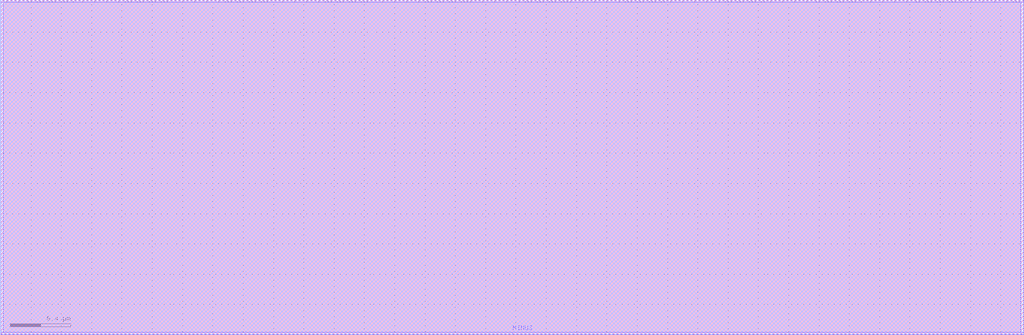
<source format=lef>
VERSION 5.7 ;
BUSBITCHARS "[]" ;
DIVIDERCHAR "/" ;

MACRO Cap_30f_1x3
  ORIGIN 0 0 ;
  FOREIGN Cap_30f_1x3 0 0 ;
  SIZE 6.75 BY 2.214 ;
  PIN PLUS
    DIRECTION INOUT ;
    USE SIGNAL ;
    PORT
      LAYER M2 ;
        RECT 0 2.196 6.75 2.214 ;
    END
  END PLUS
  PIN MINUS
    DIRECTION INOUT ;
    USE SIGNAL ;
    PORT
      LAYER M2 ;
        RECT 0 0 6.75 0.018 ;
    END
  END MINUS
  OBS
      LAYER M1 ;
        RECT 0 0 6.75 2.214 ;
      LAYER M2 ;
        RECT 0.018 0.018 6.732 2.196 ;
      LAYER M3 ;
        RECT 0 0 6.75 2.214 ;
      END
END Cap_30f_1x3

MACRO Cap_30f_3x1
  ORIGIN 0 0 ;
  FOREIGN Cap_30f_3x1 0 0 ;
  SIZE 2.214 BY 6.75 ;
  PIN PLUS
    DIRECTION INOUT ;
    USE SIGNAL ;
    PORT
      LAYER M2 ;
        RECT 0 0 0.018 6.75 ;
    END
  END PLUS
  PIN MINUS
    DIRECTION INOUT ;
    USE SIGNAL ;
    PORT
      LAYER M2 ;
        RECT 2.196 0 2.214 6.75 ;
    END
  END MINUS
  OBS
      LAYER M1 ;
        RECT 0 0 2.214 6.75 ;
      LAYER M2 ;
        RECT 0.018 0.018 2.196 6.732 ;
      LAYER M3 ;
        RECT 0 0 2.214 6.75 ;
      END
END Cap_30f_3x1

MACRO Switch_NMOS_16x8
  ORIGIN 0 0 ;
  FOREIGN Switch_NMOS_16x8 0 0 ;
  SIZE 0.864 BY 1.296 ;
  PIN S
    DIRECTION INOUT ;
    USE SIGNAL ;
    PORT
      LAYER M2 ;
        RECT 0 0.064 0.864 0.082 ;
    END
  END S
  PIN D
    DIRECTION INOUT ;
    USE SIGNAL ;
    PORT
      LAYER M2 ;
        RECT 0 0.128 0.864 0.146 ;
    END
  END D
  PIN G
    DIRECTION INOUT ;
    USE SIGNAL ;
    PORT
      LAYER M2 ;
        RECT 0 0 0.864 0.018 ;
    END
  END G
  
END Switch_NMOS_16x8

MACRO Switch_PMOS_16x8
  ORIGIN 0 0 ;
  FOREIGN Switch_PMOS_16x8 0 0 ;
  SIZE 0.864 BY 1.296 ;
  PIN S
    DIRECTION INOUT ;
    USE SIGNAL ;
    PORT
      LAYER M2 ;
        RECT 0 0.064 0.864 0.082 ;
    END
  END S
  PIN D
    DIRECTION INOUT ;
    USE SIGNAL ;
    PORT
      LAYER M2 ;
        RECT 0 0.128 0.864 0.146 ;
    END
  END D
  PIN G
    DIRECTION INOUT ;
    USE SIGNAL ;
    PORT
      LAYER M2 ;
        RECT 0 0 0.864 0.018 ;
    END
  END G
  
END Switch_PMOS_16x8


</source>
